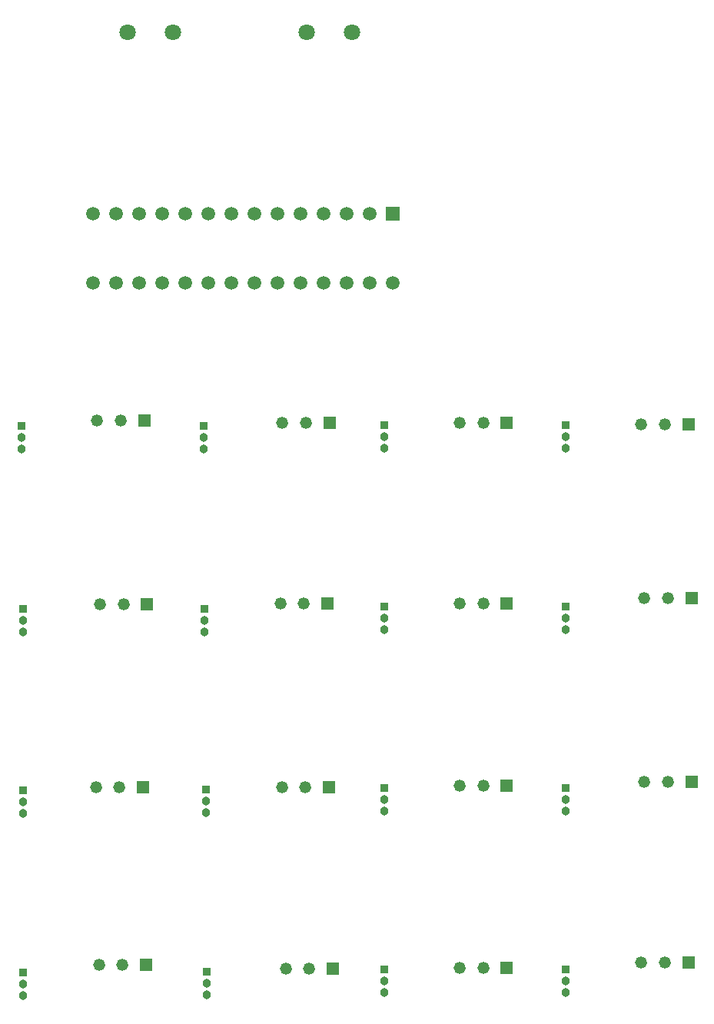
<source format=gbs>
G04 #@! TF.GenerationSoftware,KiCad,Pcbnew,8.0.0*
G04 #@! TF.CreationDate,2024-03-05T22:41:52-05:00*
G04 #@! TF.ProjectId,CANLight,43414e4c-6967-4687-942e-6b696361645f,rev?*
G04 #@! TF.SameCoordinates,Original*
G04 #@! TF.FileFunction,Soldermask,Bot*
G04 #@! TF.FilePolarity,Negative*
%FSLAX46Y46*%
G04 Gerber Fmt 4.6, Leading zero omitted, Abs format (unit mm)*
G04 Created by KiCad (PCBNEW 8.0.0) date 2024-03-05 22:41:52*
%MOMM*%
%LPD*%
G01*
G04 APERTURE LIST*
%ADD10C,1.320800*%
%ADD11R,1.320800X1.320800*%
%ADD12R,0.965200X0.965200*%
%ADD13C,0.965200*%
%ADD14R,1.498600X1.498600*%
%ADD15C,1.498600*%
%ADD16C,1.803400*%
G04 APERTURE END LIST*
D10*
X66716750Y-115770000D03*
X69316750Y-115770000D03*
D11*
X71916750Y-115770000D03*
D12*
X118000000Y-155980000D03*
D13*
X118000000Y-157250000D03*
X118000000Y-158520000D03*
D12*
X78396750Y-136146750D03*
D13*
X78396750Y-137416750D03*
X78396750Y-138686750D03*
D12*
X58250000Y-116230000D03*
D13*
X58250000Y-117500000D03*
X58250000Y-118770000D03*
D10*
X86793900Y-95712100D03*
X89393900Y-95712100D03*
D11*
X91993900Y-95712100D03*
X71456200Y-135893550D03*
D10*
X68856200Y-135893550D03*
X66256200Y-135893550D03*
X66400000Y-95500000D03*
X69000000Y-95500000D03*
D11*
X71600000Y-95500000D03*
D14*
X99010000Y-72690000D03*
D15*
X96470000Y-72690000D03*
X93930000Y-72690000D03*
X91390000Y-72690000D03*
X88850000Y-72690000D03*
X86310000Y-72690000D03*
X83770000Y-72690000D03*
X81230000Y-72690000D03*
X78690000Y-72690000D03*
X76150000Y-72690000D03*
X73610000Y-72690000D03*
X71070000Y-72690000D03*
X68530000Y-72690000D03*
X65990000Y-72690000D03*
X65990000Y-80310000D03*
X68530000Y-80310000D03*
X71070000Y-80310000D03*
X73610000Y-80310000D03*
X76150000Y-80310000D03*
X78690000Y-80310000D03*
X81230000Y-80310000D03*
X83770000Y-80310000D03*
X86310000Y-80310000D03*
X88850000Y-80310000D03*
X91390000Y-80310000D03*
X93930000Y-80310000D03*
X96470000Y-80310000D03*
X99010000Y-80310000D03*
D12*
X78115000Y-96115000D03*
D13*
X78115000Y-97385000D03*
X78115000Y-98655000D03*
D12*
X98000000Y-155980000D03*
D13*
X98000000Y-157250000D03*
X98000000Y-158520000D03*
D12*
X118000000Y-115980000D03*
D13*
X118000000Y-117250000D03*
X118000000Y-118520000D03*
D10*
X106339450Y-95746800D03*
X108939450Y-95746800D03*
D11*
X111539450Y-95746800D03*
D12*
X78230000Y-116230000D03*
D13*
X78230000Y-117500000D03*
X78230000Y-118770000D03*
D12*
X78500000Y-156230000D03*
D13*
X78500000Y-157500000D03*
X78500000Y-158770000D03*
D12*
X98000000Y-135980000D03*
D13*
X98000000Y-137250000D03*
X98000000Y-138520000D03*
D10*
X66589450Y-155413550D03*
X69189450Y-155413550D03*
D11*
X71789450Y-155413550D03*
D10*
X86569450Y-115663550D03*
X89169450Y-115663550D03*
D11*
X91769450Y-115663550D03*
D12*
X118000000Y-95980000D03*
D13*
X118000000Y-97250000D03*
X118000000Y-98520000D03*
D10*
X126678900Y-135307100D03*
X129278900Y-135307100D03*
D11*
X131878900Y-135307100D03*
D12*
X118000000Y-135980000D03*
D13*
X118000000Y-137250000D03*
X118000000Y-138520000D03*
X98000000Y-118520000D03*
X98000000Y-117250000D03*
D12*
X98000000Y-115980000D03*
X58250000Y-156250000D03*
D13*
X58250000Y-157520000D03*
X58250000Y-158790000D03*
D10*
X106339450Y-155746800D03*
X108939450Y-155746800D03*
D11*
X111539450Y-155746800D03*
D10*
X106339450Y-135746800D03*
X108939450Y-135746800D03*
D11*
X111539450Y-135746800D03*
D10*
X126678900Y-115077100D03*
X129278900Y-115077100D03*
D11*
X131878900Y-115077100D03*
D13*
X58250000Y-138770000D03*
X58250000Y-137500000D03*
D12*
X58250000Y-136230000D03*
X58060550Y-96066450D03*
D13*
X58060550Y-97336450D03*
X58060550Y-98606450D03*
D10*
X126339450Y-95913550D03*
X128939450Y-95913550D03*
D11*
X131539450Y-95913550D03*
D10*
X86736200Y-135913550D03*
X89336200Y-135913550D03*
D11*
X91936200Y-135913550D03*
D12*
X98000000Y-95980000D03*
D13*
X98000000Y-97250000D03*
X98000000Y-98520000D03*
D10*
X87178900Y-155827100D03*
X89778900Y-155827100D03*
D11*
X92378900Y-155827100D03*
X111539450Y-115683550D03*
D10*
X108939450Y-115683550D03*
X106339450Y-115683550D03*
X126339450Y-155183550D03*
X128939450Y-155183550D03*
D11*
X131539450Y-155183550D03*
D16*
X89500000Y-52750000D03*
X94500000Y-52750000D03*
X69750000Y-52750000D03*
X74750000Y-52750000D03*
M02*

</source>
